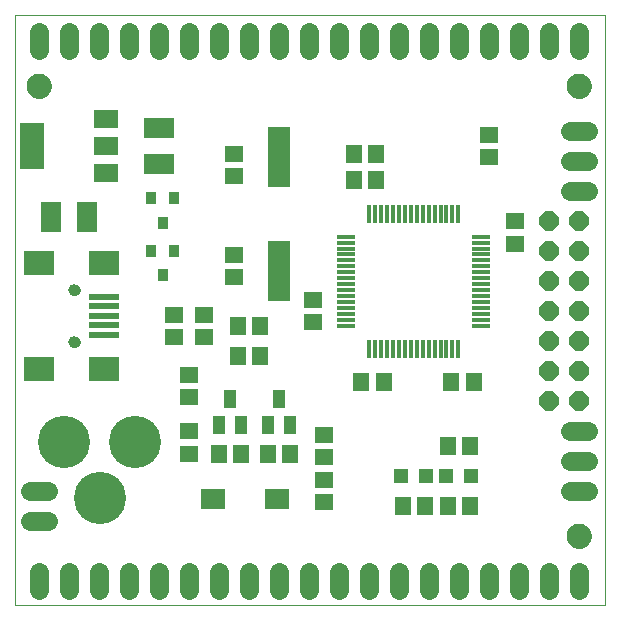
<source format=gts>
G75*
G70*
%OFA0B0*%
%FSLAX24Y24*%
%IPPOS*%
%LPD*%
%AMOC8*
5,1,8,0,0,1.08239X$1,22.5*
%
%ADD10C,0.0000*%
%ADD11C,0.0827*%
%ADD12C,0.0640*%
%ADD13R,0.0830X0.0630*%
%ADD14R,0.0830X0.1540*%
%ADD15R,0.1024X0.0237*%
%ADD16R,0.1024X0.0827*%
%ADD17C,0.0394*%
%ADD18C,0.1740*%
%ADD19R,0.0631X0.0552*%
%ADD20R,0.0552X0.0631*%
%ADD21R,0.0670X0.0985*%
%ADD22R,0.0985X0.0670*%
%ADD23R,0.0512X0.0512*%
%ADD24R,0.0827X0.0670*%
%ADD25R,0.0620X0.0150*%
%ADD26R,0.0150X0.0620*%
%ADD27OC8,0.0640*%
%ADD28R,0.0355X0.0394*%
%ADD29R,0.0434X0.0591*%
%ADD30R,0.0740X0.2040*%
D10*
X001875Y000107D02*
X001875Y019792D01*
X021560Y019792D01*
X021560Y000107D01*
X001875Y000107D01*
X003681Y008886D02*
X003683Y008912D01*
X003689Y008938D01*
X003699Y008963D01*
X003712Y008986D01*
X003728Y009006D01*
X003748Y009024D01*
X003770Y009039D01*
X003793Y009051D01*
X003819Y009059D01*
X003845Y009063D01*
X003871Y009063D01*
X003897Y009059D01*
X003923Y009051D01*
X003947Y009039D01*
X003968Y009024D01*
X003988Y009006D01*
X004004Y008986D01*
X004017Y008963D01*
X004027Y008938D01*
X004033Y008912D01*
X004035Y008886D01*
X004033Y008860D01*
X004027Y008834D01*
X004017Y008809D01*
X004004Y008786D01*
X003988Y008766D01*
X003968Y008748D01*
X003946Y008733D01*
X003923Y008721D01*
X003897Y008713D01*
X003871Y008709D01*
X003845Y008709D01*
X003819Y008713D01*
X003793Y008721D01*
X003769Y008733D01*
X003748Y008748D01*
X003728Y008766D01*
X003712Y008786D01*
X003699Y008809D01*
X003689Y008834D01*
X003683Y008860D01*
X003681Y008886D01*
X003681Y010619D02*
X003683Y010645D01*
X003689Y010671D01*
X003699Y010696D01*
X003712Y010719D01*
X003728Y010739D01*
X003748Y010757D01*
X003770Y010772D01*
X003793Y010784D01*
X003819Y010792D01*
X003845Y010796D01*
X003871Y010796D01*
X003897Y010792D01*
X003923Y010784D01*
X003947Y010772D01*
X003968Y010757D01*
X003988Y010739D01*
X004004Y010719D01*
X004017Y010696D01*
X004027Y010671D01*
X004033Y010645D01*
X004035Y010619D01*
X004033Y010593D01*
X004027Y010567D01*
X004017Y010542D01*
X004004Y010519D01*
X003988Y010499D01*
X003968Y010481D01*
X003946Y010466D01*
X003923Y010454D01*
X003897Y010446D01*
X003871Y010442D01*
X003845Y010442D01*
X003819Y010446D01*
X003793Y010454D01*
X003769Y010466D01*
X003748Y010481D01*
X003728Y010499D01*
X003712Y010519D01*
X003699Y010542D01*
X003689Y010567D01*
X003683Y010593D01*
X003681Y010619D01*
X002284Y017410D02*
X002286Y017449D01*
X002292Y017488D01*
X002302Y017526D01*
X002315Y017563D01*
X002332Y017598D01*
X002352Y017632D01*
X002376Y017663D01*
X002403Y017692D01*
X002432Y017718D01*
X002464Y017741D01*
X002498Y017761D01*
X002534Y017777D01*
X002571Y017789D01*
X002610Y017798D01*
X002649Y017803D01*
X002688Y017804D01*
X002727Y017801D01*
X002766Y017794D01*
X002803Y017783D01*
X002840Y017769D01*
X002875Y017751D01*
X002908Y017730D01*
X002939Y017705D01*
X002967Y017678D01*
X002992Y017648D01*
X003014Y017615D01*
X003033Y017581D01*
X003048Y017545D01*
X003060Y017507D01*
X003068Y017469D01*
X003072Y017430D01*
X003072Y017390D01*
X003068Y017351D01*
X003060Y017313D01*
X003048Y017275D01*
X003033Y017239D01*
X003014Y017205D01*
X002992Y017172D01*
X002967Y017142D01*
X002939Y017115D01*
X002908Y017090D01*
X002875Y017069D01*
X002840Y017051D01*
X002803Y017037D01*
X002766Y017026D01*
X002727Y017019D01*
X002688Y017016D01*
X002649Y017017D01*
X002610Y017022D01*
X002571Y017031D01*
X002534Y017043D01*
X002498Y017059D01*
X002464Y017079D01*
X002432Y017102D01*
X002403Y017128D01*
X002376Y017157D01*
X002352Y017188D01*
X002332Y017222D01*
X002315Y017257D01*
X002302Y017294D01*
X002292Y017332D01*
X002286Y017371D01*
X002284Y017410D01*
X020284Y017410D02*
X020286Y017449D01*
X020292Y017488D01*
X020302Y017526D01*
X020315Y017563D01*
X020332Y017598D01*
X020352Y017632D01*
X020376Y017663D01*
X020403Y017692D01*
X020432Y017718D01*
X020464Y017741D01*
X020498Y017761D01*
X020534Y017777D01*
X020571Y017789D01*
X020610Y017798D01*
X020649Y017803D01*
X020688Y017804D01*
X020727Y017801D01*
X020766Y017794D01*
X020803Y017783D01*
X020840Y017769D01*
X020875Y017751D01*
X020908Y017730D01*
X020939Y017705D01*
X020967Y017678D01*
X020992Y017648D01*
X021014Y017615D01*
X021033Y017581D01*
X021048Y017545D01*
X021060Y017507D01*
X021068Y017469D01*
X021072Y017430D01*
X021072Y017390D01*
X021068Y017351D01*
X021060Y017313D01*
X021048Y017275D01*
X021033Y017239D01*
X021014Y017205D01*
X020992Y017172D01*
X020967Y017142D01*
X020939Y017115D01*
X020908Y017090D01*
X020875Y017069D01*
X020840Y017051D01*
X020803Y017037D01*
X020766Y017026D01*
X020727Y017019D01*
X020688Y017016D01*
X020649Y017017D01*
X020610Y017022D01*
X020571Y017031D01*
X020534Y017043D01*
X020498Y017059D01*
X020464Y017079D01*
X020432Y017102D01*
X020403Y017128D01*
X020376Y017157D01*
X020352Y017188D01*
X020332Y017222D01*
X020315Y017257D01*
X020302Y017294D01*
X020292Y017332D01*
X020286Y017371D01*
X020284Y017410D01*
X020284Y002410D02*
X020286Y002449D01*
X020292Y002488D01*
X020302Y002526D01*
X020315Y002563D01*
X020332Y002598D01*
X020352Y002632D01*
X020376Y002663D01*
X020403Y002692D01*
X020432Y002718D01*
X020464Y002741D01*
X020498Y002761D01*
X020534Y002777D01*
X020571Y002789D01*
X020610Y002798D01*
X020649Y002803D01*
X020688Y002804D01*
X020727Y002801D01*
X020766Y002794D01*
X020803Y002783D01*
X020840Y002769D01*
X020875Y002751D01*
X020908Y002730D01*
X020939Y002705D01*
X020967Y002678D01*
X020992Y002648D01*
X021014Y002615D01*
X021033Y002581D01*
X021048Y002545D01*
X021060Y002507D01*
X021068Y002469D01*
X021072Y002430D01*
X021072Y002390D01*
X021068Y002351D01*
X021060Y002313D01*
X021048Y002275D01*
X021033Y002239D01*
X021014Y002205D01*
X020992Y002172D01*
X020967Y002142D01*
X020939Y002115D01*
X020908Y002090D01*
X020875Y002069D01*
X020840Y002051D01*
X020803Y002037D01*
X020766Y002026D01*
X020727Y002019D01*
X020688Y002016D01*
X020649Y002017D01*
X020610Y002022D01*
X020571Y002031D01*
X020534Y002043D01*
X020498Y002059D01*
X020464Y002079D01*
X020432Y002102D01*
X020403Y002128D01*
X020376Y002157D01*
X020352Y002188D01*
X020332Y002222D01*
X020315Y002257D01*
X020302Y002294D01*
X020292Y002332D01*
X020286Y002371D01*
X020284Y002410D01*
D11*
X020678Y002410D03*
X020678Y017410D03*
X002678Y017410D03*
D12*
X002678Y018610D02*
X002678Y019210D01*
X003678Y019210D02*
X003678Y018610D01*
X004678Y018610D02*
X004678Y019210D01*
X005678Y019210D02*
X005678Y018610D01*
X006678Y018610D02*
X006678Y019210D01*
X007678Y019210D02*
X007678Y018610D01*
X008678Y018610D02*
X008678Y019210D01*
X009678Y019210D02*
X009678Y018610D01*
X010678Y018610D02*
X010678Y019210D01*
X011678Y019210D02*
X011678Y018610D01*
X012678Y018610D02*
X012678Y019210D01*
X013678Y019210D02*
X013678Y018610D01*
X014678Y018610D02*
X014678Y019210D01*
X015678Y019210D02*
X015678Y018610D01*
X016678Y018610D02*
X016678Y019210D01*
X017678Y019210D02*
X017678Y018610D01*
X018678Y018610D02*
X018678Y019210D01*
X019678Y019210D02*
X019678Y018610D01*
X020678Y018610D02*
X020678Y019210D01*
X020978Y015910D02*
X020378Y015910D01*
X020378Y014910D02*
X020978Y014910D01*
X020978Y013910D02*
X020378Y013910D01*
X020378Y005910D02*
X020978Y005910D01*
X020978Y004910D02*
X020378Y004910D01*
X020378Y003910D02*
X020978Y003910D01*
X020678Y001210D02*
X020678Y000610D01*
X019678Y000610D02*
X019678Y001210D01*
X018678Y001210D02*
X018678Y000610D01*
X017678Y000610D02*
X017678Y001210D01*
X016678Y001210D02*
X016678Y000610D01*
X015678Y000610D02*
X015678Y001210D01*
X014678Y001210D02*
X014678Y000610D01*
X013678Y000610D02*
X013678Y001210D01*
X012678Y001210D02*
X012678Y000610D01*
X011678Y000610D02*
X011678Y001210D01*
X010678Y001210D02*
X010678Y000610D01*
X009678Y000610D02*
X009678Y001210D01*
X008678Y001210D02*
X008678Y000610D01*
X007678Y000610D02*
X007678Y001210D01*
X006678Y001210D02*
X006678Y000610D01*
X005678Y000610D02*
X005678Y001210D01*
X004678Y001210D02*
X004678Y000610D01*
X003678Y000610D02*
X003678Y001210D01*
X002678Y001210D02*
X002678Y000610D01*
X002978Y002910D02*
X002378Y002910D01*
X002378Y003910D02*
X002978Y003910D01*
D13*
X004918Y014520D03*
X004918Y015420D03*
X004918Y016320D03*
D14*
X002438Y015410D03*
D15*
X004843Y010382D03*
X004843Y010067D03*
X004843Y009753D03*
X004843Y009438D03*
X004843Y009123D03*
D16*
X004843Y007981D03*
X002677Y007981D03*
X002677Y011524D03*
X004843Y011524D03*
D17*
X003858Y010619D03*
X003858Y008886D03*
D18*
X003531Y005535D03*
X004713Y003685D03*
X005894Y005535D03*
D19*
X007678Y005161D03*
X007678Y005909D03*
X007678Y007036D03*
X007678Y007784D03*
X007178Y009036D03*
X007178Y009784D03*
X008178Y009784D03*
X008178Y009036D03*
X009178Y011036D03*
X009178Y011784D03*
X011803Y010284D03*
X011803Y009536D03*
X012178Y005784D03*
X012178Y005036D03*
X012178Y004284D03*
X012178Y003536D03*
X018553Y012161D03*
X018553Y012909D03*
X017678Y015036D03*
X017678Y015784D03*
X009178Y015159D03*
X009178Y014411D03*
D20*
X013179Y014285D03*
X013927Y014285D03*
X013927Y015160D03*
X013179Y015160D03*
X010052Y009410D03*
X009304Y009410D03*
X009304Y008410D03*
X010052Y008410D03*
X013429Y007535D03*
X014177Y007535D03*
X016429Y007535D03*
X017177Y007535D03*
X017052Y005410D03*
X016304Y005410D03*
X016304Y003410D03*
X017052Y003410D03*
X015552Y003410D03*
X014804Y003410D03*
X011052Y005160D03*
X010304Y005160D03*
X009427Y005160D03*
X008679Y005160D03*
D21*
X004269Y013035D03*
X003088Y013035D03*
D22*
X006678Y014819D03*
X006678Y016001D03*
D23*
X014765Y004410D03*
X015592Y004410D03*
X016265Y004410D03*
X017092Y004410D03*
D24*
X010616Y003660D03*
X008490Y003660D03*
D25*
X012928Y009430D03*
X012928Y009630D03*
X012928Y009830D03*
X012928Y010020D03*
X012928Y010220D03*
X012928Y010420D03*
X012928Y010610D03*
X012928Y010810D03*
X012928Y011010D03*
X012928Y011210D03*
X012928Y011400D03*
X012928Y011600D03*
X012928Y011800D03*
X012928Y011990D03*
X012928Y012190D03*
X012928Y012390D03*
X017428Y012390D03*
X017428Y012190D03*
X017428Y011990D03*
X017428Y011800D03*
X017428Y011600D03*
X017428Y011400D03*
X017428Y011210D03*
X017428Y011010D03*
X017428Y010810D03*
X017428Y010610D03*
X017428Y010420D03*
X017428Y010220D03*
X017428Y010020D03*
X017428Y009830D03*
X017428Y009630D03*
X017428Y009430D03*
D26*
X016658Y008660D03*
X016458Y008660D03*
X016258Y008660D03*
X016068Y008660D03*
X015868Y008660D03*
X015668Y008660D03*
X015478Y008660D03*
X015278Y008660D03*
X015078Y008660D03*
X014878Y008660D03*
X014688Y008660D03*
X014488Y008660D03*
X014288Y008660D03*
X014098Y008660D03*
X013898Y008660D03*
X013698Y008660D03*
X013698Y013160D03*
X013898Y013160D03*
X014098Y013160D03*
X014288Y013160D03*
X014488Y013160D03*
X014688Y013160D03*
X014878Y013160D03*
X015078Y013160D03*
X015278Y013160D03*
X015478Y013160D03*
X015668Y013160D03*
X015868Y013160D03*
X016068Y013160D03*
X016258Y013160D03*
X016458Y013160D03*
X016658Y013160D03*
D27*
X019678Y012910D03*
X019678Y011910D03*
X019678Y010910D03*
X019678Y009910D03*
X019678Y008910D03*
X019678Y007910D03*
X019678Y006910D03*
X020678Y006910D03*
X020678Y007910D03*
X020678Y008910D03*
X020678Y009910D03*
X020678Y010910D03*
X020678Y011910D03*
X020678Y012910D03*
D28*
X007177Y013679D03*
X006429Y013679D03*
X006803Y012852D03*
X006429Y011929D03*
X007177Y011929D03*
X006803Y011102D03*
D29*
X009053Y006968D03*
X008679Y006102D03*
X009427Y006102D03*
X010304Y006102D03*
X011052Y006102D03*
X010678Y006968D03*
D30*
X010678Y011260D03*
X010678Y015060D03*
M02*

</source>
